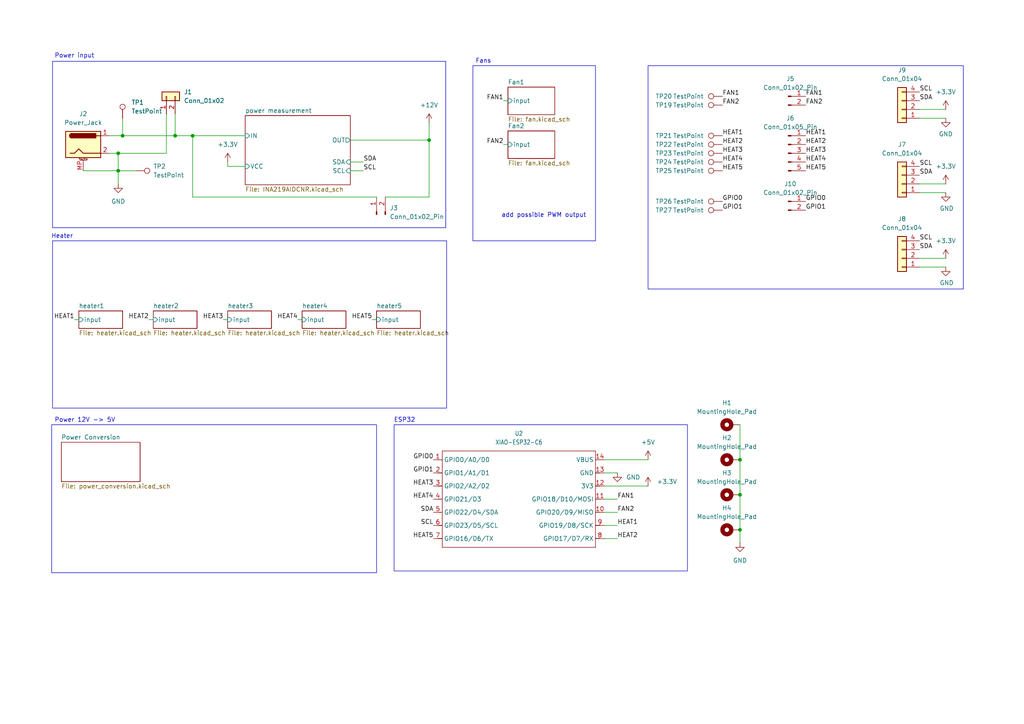
<source format=kicad_sch>
(kicad_sch (version 20250114) (generator "eeschema") (generator_version "9.0")
  (paper "A4")
  (title_block (title "closed-drybox") (date "2025-11-03") (rev "1") (comment 1 "https://github.com/lukstruck/closed-drybox#"))
  (lib_symbols
    (symbol "Connector:Conn_01x02_Pin" (pin_names (offset 1.016) (hide yes))
      (property "Reference" "J" (at 0 2.54 0))
      (property "Value" "Conn_01x02_Pin" (at 0 -5.08 0))
      (symbol "Conn_01x02_Pin_1_1"
        (rectangle (start 0.8636 0.127) (end 0 -0.127) (stroke (width 0.1524)) (fill (type outline)))
        (rectangle (start 0.8636 -2.413) (end 0 -2.667) (stroke (width 0.1524)) (fill (type outline)))
        (polyline (pts (xy 1.27 0) (xy 0.8636 0)) (stroke (width 0.1524)))
        (polyline (pts (xy 1.27 -2.54) (xy 0.8636 -2.54)) (stroke (width 0.1524)))
        (pin passive line (at 5.08 0 180) (length 3.81) (name "Pin_1") (number "1"))
        (pin passive line (at 5.08 -2.54 180) (length 3.81) (name "Pin_2") (number "2"))
      )
    )
    (symbol "Connector:Conn_01x05_Pin" (pin_names (offset 1.016) (hide yes))
      (property "Reference" "J" (at 0 7.62 0))
      (property "Value" "Conn_01x05_Pin" (at 0 -7.62 0))
      (symbol "Conn_01x05_Pin_1_1"
        (rectangle (start 0.8636 5.207) (end 0 4.953) (stroke (width 0.1524)) (fill (type outline)))
        (rectangle (start 0.8636 2.667) (end 0 2.413) (stroke (width 0.1524)) (fill (type outline)))
        (rectangle (start 0.8636 0.127) (end 0 -0.127) (stroke (width 0.1524)) (fill (type outline)))
        (rectangle (start 0.8636 -2.413) (end 0 -2.667) (stroke (width 0.1524)) (fill (type outline)))
        (rectangle (start 0.8636 -4.953) (end 0 -5.207) (stroke (width 0.1524)) (fill (type outline)))
        (polyline (pts (xy 1.27 5.08) (xy 0.8636 5.08)) (stroke (width 0.1524)))
        (polyline (pts (xy 1.27 2.54) (xy 0.8636 2.54)) (stroke (width 0.1524)))
        (polyline (pts (xy 1.27 0) (xy 0.8636 0)) (stroke (width 0.1524)))
        (polyline (pts (xy 1.27 -2.54) (xy 0.8636 -2.54)) (stroke (width 0.1524)))
        (polyline (pts (xy 1.27 -5.08) (xy 0.8636 -5.08)) (stroke (width 0.1524)))
        (pin passive line (at 5.08 5.08 180) (length 3.81) (name "Pin_1") (number "1"))
        (pin passive line (at 5.08 2.54 180) (length 3.81) (name "Pin_2") (number "2"))
        (pin passive line (at 5.08 0 180) (length 3.81) (name "Pin_3") (number "3"))
        (pin passive line (at 5.08 -2.54 180) (length 3.81) (name "Pin_4") (number "4"))
        (pin passive line (at 5.08 -5.08 180) (length 3.81) (name "Pin_5") (number "5"))
      )
    )
    (symbol "Connector:TestPoint" (pin_numbers (hide yes)) (pin_names (offset 0.762) (hide yes))
      (property "Reference" "TP" (at 0 6.858 0))
      (property "Value" "TestPoint" (at 0 5.08 0))
      (symbol "TestPoint_0_1"
        (circle (center 0 3.302) (radius 0.762))
      )
      (symbol "TestPoint_1_1"
        (pin passive line (at 0 0 90) (length 2.54) (name "1") (number "1"))
      )
    )
    (symbol "Connector_Generic:Conn_01x02" (pin_names (offset 1.016) (hide yes))
      (property "Reference" "J" (at 0 2.54 0))
      (property "Value" "Conn_01x02" (at 0 -5.08 0))
      (symbol "Conn_01x02_1_1"
        (rectangle (start -1.27 1.27) (end 1.27 -3.81) (stroke (width 0.254)) (fill (type background)))
        (rectangle (start -1.27 0.127) (end 0 -0.127) (stroke (width 0.1524)))
        (rectangle (start -1.27 -2.413) (end 0 -2.667) (stroke (width 0.1524)))
        (pin passive line (at -5.08 0 0) (length 3.81) (name "Pin_1") (number "1"))
        (pin passive line (at -5.08 -2.54 0) (length 3.81) (name "Pin_2") (number "2"))
      )
    )
    (symbol "Connector_Generic:Conn_01x04" (pin_names (offset 1.016) (hide yes))
      (property "Reference" "J" (at 0 5.08 0))
      (property "Value" "Conn_01x04" (at 0 -7.62 0))
      (symbol "Conn_01x04_1_1"
        (rectangle (start -1.27 3.81) (end 1.27 -6.35) (stroke (width 0.254)) (fill (type background)))
        (rectangle (start -1.27 2.667) (end 0 2.413) (stroke (width 0.1524)))
        (rectangle (start -1.27 0.127) (end 0 -0.127) (stroke (width 0.1524)))
        (rectangle (start -1.27 -2.413) (end 0 -2.667) (stroke (width 0.1524)))
        (rectangle (start -1.27 -4.953) (end 0 -5.207) (stroke (width 0.1524)))
        (pin passive line (at -5.08 2.54 0) (length 3.81) (name "Pin_1") (number "1"))
        (pin passive line (at -5.08 0 0) (length 3.81) (name "Pin_2") (number "2"))
        (pin passive line (at -5.08 -2.54 0) (length 3.81) (name "Pin_3") (number "3"))
        (pin passive line (at -5.08 -5.08 0) (length 3.81) (name "Pin_4") (number "4"))
      )
    )
    (symbol "CustomLibary:Power_Jack" (pin_names (hide yes))
      (property "Reference" "J" (at 0 5.334 0))
      (property "Value" "Power_Jack" (at 1.27 -6.35 0))
      (symbol "Power_Jack_0_1"
        (rectangle (start -5.08 3.81) (end 5.08 -3.81) (stroke (width 0.254)) (fill (type background)))
        (polyline (pts (xy -3.81 -2.54) (xy -2.54 -2.54) (xy -1.27 -1.27) (xy 0 -2.54) (xy 2.54 -2.54) (xy 5.08 -2.54)) (stroke (width 0.254)))
        (arc (start -3.302 1.905) (mid -3.9343 2.54) (end -3.302 3.175) (stroke (width 0.254)))
        (arc (start -3.302 1.905) (mid -3.9343 2.54) (end -3.302 3.175) (stroke (width 0.254)) (fill (type outline)))
        (rectangle (start 3.683 3.175) (end -3.302 1.905) (stroke (width 0.254)) (fill (type outline)))
        (polyline (pts (xy 5.08 2.54) (xy 3.81 2.54)) (stroke (width 0.254)))
      )
      (symbol "Power_Jack_1_1"
        (polyline (pts (xy -1.016 -4.572) (xy 1.016 -4.572)) (stroke (width 0.1524)))
        (text "Mounting" (at 0 -4.191 0) (effects (font (size 0.381 0.381))))
        (pin free line (at 0 -7.62 90) (length 3.048) (name "MountPin") (number "MP"))
        (pin power_out line (at 7.62 2.54 180) (length 2.54) (name "~") (number "1"))
        (pin power_out line (at 7.62 -2.54 180) (length 2.54) (name "~") (number "2"))
      )
    )
    (symbol "CustomLibary:XIAO_ESP32-C6-DIP"
      (property "Reference" "U" (at -20.574 17.018 0))
      (property "Value" "XIAO-ESP32-C6" (at -15.24 14.986 0))
      (symbol "XIAO_ESP32-C6-DIP_1_0"
        (polyline (pts (xy -21.59 13.97) (xy 22.86 13.97)) (stroke (width 0.1524)))
        (polyline (pts (xy -21.59 11.43) (xy -22.86 11.43)) (stroke (width 0.1524)))
        (polyline (pts (xy -21.59 11.43) (xy -21.59 13.97)) (stroke (width 0.1524)))
        (polyline (pts (xy -21.59 7.62) (xy -22.86 7.62)) (stroke (width 0.1524)))
        (polyline (pts (xy -21.59 7.62) (xy -21.59 11.43)) (stroke (width 0.1524)))
        (polyline (pts (xy -21.59 3.81) (xy -22.86 3.81)) (stroke (width 0.1524)))
        (polyline (pts (xy -21.59 3.81) (xy -21.59 7.62)) (stroke (width 0.1524)))
        (polyline (pts (xy -21.59 0) (xy -22.86 0)) (stroke (width 0.1524)))
        (polyline (pts (xy -21.59 0) (xy -21.59 3.81)) (stroke (width 0.1524)))
        (polyline (pts (xy -21.59 -3.81) (xy -22.86 -3.81)) (stroke (width 0.1524)))
        (polyline (pts (xy -21.59 -7.62) (xy -22.86 -7.62)) (stroke (width 0.1524)))
        (polyline (pts (xy -21.59 -11.43) (xy -22.86 -11.43)) (stroke (width 0.1524)))
        (polyline (pts (xy -21.59 -13.97) (xy -21.59 0)) (stroke (width 0.1524)))
        (polyline (pts (xy 22.86 13.97) (xy 22.86 11.43)) (stroke (width 0.1524)))
        (polyline (pts (xy 22.86 11.43) (xy 22.86 7.62)) (stroke (width 0.1524)))
        (polyline (pts (xy 22.86 7.62) (xy 22.86 3.81)) (stroke (width 0.1524)))
        (polyline (pts (xy 22.86 3.81) (xy 22.86 -13.97)) (stroke (width 0.1524)))
        (polyline (pts (xy 22.86 -13.97) (xy -21.59 -13.97)) (stroke (width 0.1524)))
        (polyline (pts (xy 24.13 11.43) (xy 22.86 11.43)) (stroke (width 0.1524)))
        (polyline (pts (xy 24.13 7.62) (xy 22.86 7.62)) (stroke (width 0.1524)))
        (polyline (pts (xy 24.13 3.81) (xy 22.86 3.81)) (stroke (width 0.1524)))
        (polyline (pts (xy 24.13 0) (xy 22.86 0)) (stroke (width 0.1524)))
        (polyline (pts (xy 24.13 -3.81) (xy 22.86 -3.81)) (stroke (width 0.1524)))
        (polyline (pts (xy 24.13 -7.62) (xy 22.86 -7.62)) (stroke (width 0.1524)))
        (polyline (pts (xy 24.13 -11.43) (xy 22.86 -11.43)) (stroke (width 0.1524)))
        (pin passive line (at -24.13 11.43 0) (length 2.54) (name "GPIO0/A0/D0") (number "1"))
        (pin passive line (at -24.13 7.62 0) (length 2.54) (name "GPIO1/A1/D1") (number "2"))
        (pin passive line (at -24.13 3.81 0) (length 2.54) (name "GPIO2/A2/D2") (number "3"))
        (pin passive line (at -24.13 0 0) (length 2.54) (name "GPIO21/D3") (number "4"))
        (pin passive line (at -24.13 -3.81 0) (length 2.54) (name "GPIO22/D4/SDA") (number "5"))
        (pin passive line (at -24.13 -7.62 0) (length 2.54) (name "GPIO23/D5/SCL") (number "6"))
        (pin passive line (at -24.13 -11.43 0) (length 2.54) (name "GPIO16/D6/TX") (number "7"))
        (pin passive line (at 25.4 11.43 180) (length 2.54) (name "VBUS") (number "14"))
        (pin passive line (at 25.4 7.62 180) (length 2.54) (name "GND") (number "13"))
        (pin passive line (at 25.4 3.81 180) (length 2.54) (name "3V3") (number "12"))
        (pin passive line (at 25.4 0 180) (length 2.54) (name "GPIO18/D10/MOSI") (number "11"))
        (pin passive line (at 25.4 -3.81 180) (length 2.54) (name "GPIO20/D9/MISO") (number "10"))
        (pin passive line (at 25.4 -7.62 180) (length 2.54) (name "GPIO19/D8/SCK") (number "9"))
        (pin passive line (at 25.4 -11.43 180) (length 2.54) (name "GPIO17/D7/RX") (number "8"))
      )
    )
    (symbol "Mechanical:MountingHole_Pad" (pin_numbers (hide yes)) (pin_names (offset 1.016) (hide yes)) (in_bom no)
      (property "Reference" "H" (at 0 6.35 0))
      (property "Value" "MountingHole_Pad" (at 0 4.445 0))
      (symbol "MountingHole_Pad_0_1"
        (circle (center 0 1.27) (radius 1.27) (stroke (width 1.27)))
      )
      (symbol "MountingHole_Pad_1_1"
        (pin input line (at 0 -2.54 90) (length 2.54) (name "1") (number "1"))
      )
    )
    (symbol "power:+12V" (power) (pin_numbers (hide yes)) (pin_names (offset 0) (hide yes))
      (property "Value" "+12V" (at 0 3.556 0))
      (symbol "+12V_0_1"
        (polyline (pts (xy -0.762 1.27) (xy 0 2.54)))
        (polyline (pts (xy 0 2.54) (xy 0.762 1.27)))
        (polyline (pts (xy 0 0) (xy 0 2.54)))
      )
      (symbol "+12V_1_1"
        (pin power_in line (at 0 0 90) (length 0) (name "~") (number "1"))
      )
    )
    (symbol "power:+3.3V" (power) (pin_numbers (hide yes)) (pin_names (offset 0) (hide yes))
      (property "Value" "+3.3V" (at 0 3.556 0))
      (symbol "+3.3V_0_1"
        (polyline (pts (xy -0.762 1.27) (xy 0 2.54)))
        (polyline (pts (xy 0 2.54) (xy 0.762 1.27)))
        (polyline (pts (xy 0 0) (xy 0 2.54)))
      )
      (symbol "+3.3V_1_1"
        (pin power_in line (at 0 0 90) (length 0) (name "~") (number "1"))
      )
    )
    (symbol "power:+5V" (power) (pin_numbers (hide yes)) (pin_names (offset 0) (hide yes))
      (property "Value" "+5V" (at 0 3.556 0))
      (symbol "+5V_0_1"
        (polyline (pts (xy -0.762 1.27) (xy 0 2.54)))
        (polyline (pts (xy 0 2.54) (xy 0.762 1.27)))
        (polyline (pts (xy 0 0) (xy 0 2.54)))
      )
      (symbol "+5V_1_1"
        (pin power_in line (at 0 0 90) (length 0) (name "~") (number "1"))
      )
    )
    (symbol "power:GND" (power) (pin_numbers (hide yes)) (pin_names (offset 0) (hide yes))
      (property "Value" "GND" (at 0 -3.81 0))
      (symbol "GND_0_1"
        (polyline (pts (xy 0 0) (xy 0 -1.27) (xy 1.27 -1.27) (xy 0 -2.54) (xy -1.27 -1.27) (xy 0 -1.27)))
      )
      (symbol "GND_1_1"
        (pin power_in line (at 0 0 270) (length 0) (name "~") (number "1"))
      )
    )
  )
  (rectangle (start 137.16 19.05) (end 172.72 69.85))
  (rectangle (start 15.24 69.85) (end 129.54 118.364))
  (rectangle (start 15.24 17.78) (end 129.286 66.04))
  (rectangle (start 14.986 123.19) (end 109.22 166.116))
  (rectangle (start 114.3 123.19) (end 199.39 165.608))
  (rectangle (start 187.96 19.05) (end 279.4 83.82))
  (text "add possible PWM output" (at 157.734 62.484 0) (effects (font (size 1.27 1.27))))
  (text "Heater" (at 18.034 68.58 0) (effects (font (size 1.27 1.27))))
  (text "ESP32" (at 117.348 121.92 0) (effects (font (size 1.27 1.27))))
  (text "Power input" (at 21.59 16.256 0) (effects (font (size 1.27 1.27))))
  (text "Power 12V -> 5V" (at 24.638 121.92 0) (effects (font (size 1.27 1.27))))
  (text "Fans" (at 140.208 17.78 0) (effects (font (size 1.27 1.27))))
  (junction (at 34.29 49.53))
  (junction (at 34.29 44.45))
  (junction (at 214.63 133.35))
  (junction (at 50.8 39.37))
  (junction (at 55.88 39.37))
  (junction (at 214.63 143.51))
  (junction (at 35.56 39.37))
  (junction (at 214.63 153.67))
  (junction (at 124.46 40.64))
  (wire (pts (xy 66.04 48.26) (xy 71.12 48.26)))
  (wire (pts (xy 175.26 137.16) (xy 179.07 137.16)))
  (wire (pts (xy 21.59 92.71) (xy 22.86 92.71)))
  (wire (pts (xy 105.41 46.99) (xy 101.6 46.99)))
  (wire (pts (xy 214.63 153.67) (xy 214.63 157.48)))
  (wire (pts (xy 175.26 144.78) (xy 179.07 144.78)))
  (wire (pts (xy 50.8 33.02) (xy 50.8 39.37)))
  (wire (pts (xy 146.05 29.21) (xy 147.32 29.21)))
  (wire (pts (xy 146.05 41.91) (xy 147.32 41.91)))
  (wire (pts (xy 34.29 49.53) (xy 34.29 53.34)))
  (wire (pts (xy 175.26 148.59) (xy 179.07 148.59)))
  (wire (pts (xy 66.04 46.99) (xy 66.04 48.26)))
  (wire (pts (xy 274.32 55.88) (xy 266.7 55.88)))
  (wire (pts (xy 34.29 44.45) (xy 34.29 49.53)))
  (wire (pts (xy 274.32 53.34) (xy 266.7 53.34)))
  (wire (pts (xy 175.26 152.4) (xy 179.07 152.4)))
  (wire (pts (xy 55.88 57.15) (xy 109.22 57.15)))
  (wire (pts (xy 105.41 49.53) (xy 101.6 49.53)))
  (wire (pts (xy 50.8 39.37) (xy 55.88 39.37)))
  (wire (pts (xy 214.63 133.35) (xy 214.63 143.51)))
  (wire (pts (xy 175.26 140.97) (xy 187.96 140.97)))
  (wire (pts (xy 31.75 39.37) (xy 35.56 39.37)))
  (wire (pts (xy 43.18 92.71) (xy 44.45 92.71)))
  (wire (pts (xy 86.36 92.71) (xy 87.63 92.71)))
  (wire (pts (xy 214.63 143.51) (xy 214.63 153.67)))
  (wire (pts (xy 64.77 92.71) (xy 66.04 92.71)))
  (wire (pts (xy 39.37 49.53) (xy 34.29 49.53)))
  (wire (pts (xy 111.76 57.15) (xy 124.46 57.15)))
  (wire (pts (xy 124.46 40.64) (xy 101.6 40.64)))
  (wire (pts (xy 214.63 123.19) (xy 214.63 133.35)))
  (wire (pts (xy 35.56 34.29) (xy 35.56 39.37)))
  (wire (pts (xy 124.46 35.56) (xy 124.46 40.64)))
  (wire (pts (xy 187.96 133.35) (xy 175.26 133.35)))
  (wire (pts (xy 124.46 57.15) (xy 124.46 40.64)))
  (wire (pts (xy 274.32 31.75) (xy 266.7 31.75)))
  (wire (pts (xy 107.95 92.71) (xy 109.22 92.71)))
  (wire (pts (xy 24.13 49.53) (xy 34.29 49.53)))
  (wire (pts (xy 274.32 77.47) (xy 266.7 77.47)))
  (wire (pts (xy 48.26 33.02) (xy 48.26 44.45)))
  (wire (pts (xy 48.26 44.45) (xy 34.29 44.45)))
  (wire (pts (xy 175.26 156.21) (xy 179.07 156.21)))
  (wire (pts (xy 274.32 34.29) (xy 266.7 34.29)))
  (wire (pts (xy 35.56 39.37) (xy 50.8 39.37)))
  (wire (pts (xy 31.75 44.45) (xy 34.29 44.45)))
  (wire (pts (xy 274.32 74.93) (xy 266.7 74.93)))
  (wire (pts (xy 55.88 39.37) (xy 55.88 57.15)))
  (wire (pts (xy 55.88 39.37) (xy 71.12 39.37)))
  (label "HEAT3" (at 64.77 92.71 180))
  (label "GPIO1" (at 209.55 60.96 0))
  (label "SCL" (at 125.73 152.4 180))
  (label "HEAT4" (at 86.36 92.71 180))
  (label "HEAT4" (at 233.68 46.99 0))
  (label "HEAT3" (at 125.73 140.97 180))
  (label "HEAT1" (at 233.68 39.37 0))
  (label "HEAT4" (at 209.55 46.99 0))
  (label "SCL" (at 105.41 49.53 0))
  (label "FAN1" (at 146.05 29.21 180))
  (label "HEAT5" (at 233.68 49.53 0))
  (label "SDA" (at 266.7 50.8 0))
  (label "FAN1" (at 179.07 144.78 0))
  (label "FAN1" (at 233.68 27.94 0))
  (label "HEAT2" (at 233.68 41.91 0))
  (label "SCL" (at 266.7 26.67 0))
  (label "GPIO0" (at 209.55 58.42 0))
  (label "SCL" (at 266.7 69.85 0))
  (label "GPIO0" (at 233.68 58.42 0))
  (label "GPIO0" (at 125.73 133.35 180))
  (label "HEAT1" (at 209.55 39.37 0))
  (label "HEAT3" (at 233.68 44.45 0))
  (label "FAN2" (at 179.07 148.59 0))
  (label "FAN2" (at 146.05 41.91 180))
  (label "GPIO1" (at 233.68 60.96 0))
  (label "SCL" (at 266.7 48.26 0))
  (label "HEAT5" (at 209.55 49.53 0))
  (label "GPIO1" (at 125.73 137.16 180))
  (label "FAN2" (at 233.68 30.48 0))
  (label "SDA" (at 105.41 46.99 0))
  (label "HEAT5" (at 125.73 156.21 180))
  (label "HEAT1" (at 179.07 152.4 0))
  (label "FAN1" (at 209.55 27.94 0))
  (label "HEAT3" (at 209.55 44.45 0))
  (label "HEAT2" (at 179.07 156.21 0))
  (label "HEAT2" (at 43.18 92.71 180))
  (label "SDA" (at 266.7 29.21 0))
  (label "FAN2" (at 209.55 30.48 0))
  (label "HEAT5" (at 107.95 92.71 180))
  (label "HEAT2" (at 209.55 41.91 0))
  (label "SDA" (at 125.73 148.59 180))
  (label "HEAT4" (at 125.73 144.78 180))
  (label "HEAT1" (at 21.59 92.71 180))
  (label "SDA" (at 266.7 72.39 0))
  (symbol (lib_id "power:GND") (at 274.32 55.88 0) (unit 1)
    (property "Reference" "#PWR030" (effects (hide yes)))
    (property "Value" "GND" (at 274.574 60.452 0))
    (property "Description" "Power symbol creates a global label with name \"GND\" , ground" (effects (hide yes)))
  )
  (symbol (lib_id "Connector:TestPoint") (at 35.56 34.29 0) (unit 1)
    (property "Reference" "TP1" (at 38.1 29.7179 0) (effects (justify left)))
    (property "Value" "TestPoint" (at 38.1 32.2579 0) (effects (justify left)))
    (property "Footprint" "TestPoint:TestPoint_Pad_D2.5mm" (effects (hide yes)))
    (property "Description" "test point" (effects (hide yes)))
  )
  (symbol (lib_id "power:GND") (at 214.63 157.48 0) (unit 1)
    (property "Reference" "#PWR033" (effects (hide yes)))
    (property "Value" "GND" (at 214.63 162.56 0))
    (property "Description" "Power symbol creates a global label with name \"GND\" , ground" (effects (hide yes)))
  )
  (symbol (lib_id "Connector:Conn_01x02_Pin") (at 228.6 58.42 0) (unit 1)
    (property "Reference" "J10" (at 229.235 53.34 0))
    (property "Value" "Conn_01x02_Pin" (at 229.235 55.88 0))
    (property "Footprint" "Connector_PinHeader_2.54mm:PinHeader_1x02_P2.54mm_Vertical" (effects (hide yes)))
    (property "Description" "Generic connector, single row, 01x02, script generated" (effects (hide yes)))
  )
  (symbol (lib_id "CustomLibary:Power_Jack") (at 24.13 41.91 0) (unit 1)
    (property "Reference" "J2" (at 24.13 33.02 0))
    (property "Value" "Power_Jack" (at 24.13 35.56 0))
    (property "Footprint" "Connector_BarrelJack:BarrelJack_Horizontal" (effects (hide yes)))
    (property "Description" "DC Barrel Jack with a mounting pin" (effects (hide yes)))
    (property "LCSC" "C720558" (effects (hide yes)))
  )
  (symbol (lib_id "Connector:TestPoint") (at 209.55 27.94 90) (unit 1)
    (property "Reference" "TP20" (at 192.532 27.94 90))
    (property "Value" "TestPoint" (at 199.644 27.94 90))
    (property "Description" "test point" (effects (hide yes)))
  )
  (symbol (lib_id "Connector_Generic:Conn_01x04") (at 261.62 31.75 180) (unit 1)
    (property "Reference" "J9" (at 261.62 20.32 0))
    (property "Value" "Conn_01x04" (at 261.62 22.86 0))
    (property "Footprint" "Connector_JST:JST_XH_B4B-XH-AM_1x04_P2.50mm_Vertical" (effects (hide yes)))
    (property "Description" "Generic connector, single row, 01x04, script generated (kicad-library-utils/schlib/autogen/connector/)" (effects (hide yes)))
  )
  (symbol (lib_id "Connector:TestPoint") (at 209.55 39.37 90) (unit 1)
    (property "Reference" "TP21" (at 192.532 39.37 90))
    (property "Value" "TestPoint" (at 199.644 39.37 90))
    (property "Description" "test point" (effects (hide yes)))
  )
  (symbol (lib_id "power:+3.3V") (at 274.32 31.75 0) (unit 1)
    (property "Reference" "#PWR027" (effects (hide yes)))
    (property "Value" "+3.3V" (at 274.32 26.67 0))
    (property "Description" "Power symbol creates a global label with name \"+3.3V\"" (effects (hide yes)))
  )
  (symbol (lib_id "CustomLibary:XIAO_ESP32-C6-DIP") (at 149.86 144.78 0) (unit 1)
    (property "Reference" "U2" (at 150.495 125.73 0) (effects (font (size 1.27 1.0795))))
    (property "Value" "XIAO-ESP32-C6" (at 150.495 128.27 0) (effects (font (size 1.27 1.0795))))
    (property "Footprint" "CustomLibrary:XIAO-ESP32C6-DIP" (effects (hide yes)))
    (property "SKU" "XIAO-DIP" (effects (hide yes)))
  )
  (symbol (lib_id "power:+12V") (at 124.46 35.56 0) (unit 1)
    (property "Reference" "#PWR01" (effects (hide yes)))
    (property "Value" "+12V" (at 124.46 30.48 0))
    (property "Description" "Power symbol creates a global label with name \"+12V\"" (effects (hide yes)))
  )
  (symbol (lib_id "Connector:TestPoint") (at 209.55 58.42 90) (unit 1)
    (property "Reference" "TP26" (at 192.532 58.42 90))
    (property "Value" "TestPoint" (at 199.644 58.42 90))
    (property "Description" "test point" (effects (hide yes)))
  )
  (symbol (lib_id "power:+3.3V") (at 274.32 53.34 0) (unit 1)
    (property "Reference" "#PWR029" (effects (hide yes)))
    (property "Value" "+3.3V" (at 274.32 48.26 0))
    (property "Description" "Power symbol creates a global label with name \"+3.3V\"" (effects (hide yes)))
  )
  (symbol (lib_id "power:GND") (at 34.29 53.34 0) (unit 1)
    (property "Reference" "#PWR03" (effects (hide yes)))
    (property "Value" "GND" (at 34.29 58.42 0))
    (property "Description" "Power symbol creates a global label with name \"GND\" , ground" (effects (hide yes)))
  )
  (symbol (lib_id "Connector_Generic:Conn_01x04") (at 261.62 53.34 180) (unit 1)
    (property "Reference" "J7" (at 261.62 41.91 0))
    (property "Value" "Conn_01x04" (at 261.62 44.45 0))
    (property "Footprint" "Connector_JST:JST_XH_B4B-XH-AM_1x04_P2.50mm_Vertical" (effects (hide yes)))
    (property "Description" "Generic connector, single row, 01x04, script generated (kicad-library-utils/schlib/autogen/connector/)" (effects (hide yes)))
  )
  (symbol (lib_id "Mechanical:MountingHole_Pad") (at 212.09 133.35 90) (unit 1) (in_bom no)
    (property "Reference" "H2" (at 210.82 127 90))
    (property "Value" "MountingHole_Pad" (at 210.82 129.54 90))
    (property "Footprint" "MountingHole:MountingHole_3.2mm_M3_DIN965_Pad" (effects (hide yes)))
    (property "Description" "Mounting Hole with connection" (effects (hide yes)))
  )
  (symbol (lib_id "power:+5V") (at 187.96 133.35 0) (unit 1)
    (property "Reference" "#PWR06" (effects (hide yes)))
    (property "Value" "+5V" (at 187.96 128.27 0))
    (property "Description" "Power symbol creates a global label with name \"+5V\"" (effects (hide yes)))
  )
  (symbol (lib_id "Mechanical:MountingHole_Pad") (at 212.09 123.19 90) (unit 1) (in_bom no)
    (property "Reference" "H1" (at 210.82 116.84 90))
    (property "Value" "MountingHole_Pad" (at 210.82 119.38 90))
    (property "Footprint" "MountingHole:MountingHole_3.2mm_M3_DIN965_Pad" (effects (hide yes)))
    (property "Description" "Mounting Hole with connection" (effects (hide yes)))
  )
  (symbol (lib_id "Connector:TestPoint") (at 209.55 49.53 90) (unit 1)
    (property "Reference" "TP25" (at 192.532 49.53 90))
    (property "Value" "TestPoint" (at 199.644 49.53 90))
    (property "Description" "test point" (effects (hide yes)))
  )
  (symbol (lib_id "power:+3.3V") (at 187.96 140.97 0) (unit 1)
    (property "Reference" "#PWR08" (effects (hide yes)))
    (property "Value" "+3.3V" (at 190.5 139.6999 0) (effects (justify left)))
    (property "Description" "Power symbol creates a global label with name \"+3.3V\"" (effects (hide yes)))
  )
  (symbol (lib_id "Connector:TestPoint") (at 209.55 41.91 90) (unit 1)
    (property "Reference" "TP22" (at 192.532 41.91 90))
    (property "Value" "TestPoint" (at 199.644 41.91 90))
    (property "Description" "test point" (effects (hide yes)))
  )
  (symbol (lib_id "Mechanical:MountingHole_Pad") (at 212.09 143.51 90) (unit 1) (in_bom no)
    (property "Reference" "H3" (at 210.82 137.16 90))
    (property "Value" "MountingHole_Pad" (at 210.82 139.7 90))
    (property "Footprint" "MountingHole:MountingHole_3.2mm_M3_DIN965_Pad" (effects (hide yes)))
    (property "Description" "Mounting Hole with connection" (effects (hide yes)))
  )
  (symbol (lib_id "Connector:Conn_01x05_Pin") (at 228.6 44.45 0) (unit 1)
    (property "Reference" "J6" (at 229.235 34.29 0))
    (property "Value" "Conn_01x05_Pin" (at 229.235 36.83 0))
    (property "Footprint" "Connector_PinHeader_2.54mm:PinHeader_1x05_P2.54mm_Vertical" (effects (hide yes)))
    (property "Description" "Generic connector, single row, 01x05, script generated" (effects (hide yes)))
  )
  (symbol (lib_id "power:GND") (at 274.32 77.47 0) (unit 1)
    (property "Reference" "#PWR032" (effects (hide yes)))
    (property "Value" "GND" (at 274.574 82.042 0))
    (property "Description" "Power symbol creates a global label with name \"GND\" , ground" (effects (hide yes)))
  )
  (symbol (lib_id "Mechanical:MountingHole_Pad") (at 212.09 153.67 90) (unit 1) (in_bom no)
    (property "Reference" "H4" (at 210.82 147.32 90))
    (property "Value" "MountingHole_Pad" (at 210.82 149.86 90))
    (property "Footprint" "MountingHole:MountingHole_3.2mm_M3_DIN965_Pad" (effects (hide yes)))
    (property "Description" "Mounting Hole with connection" (effects (hide yes)))
  )
  (symbol (lib_id "power:GND") (at 179.07 137.16 0) (unit 1)
    (property "Reference" "#PWR07" (effects (hide yes)))
    (property "Value" "GND" (at 181.61 138.4299 0) (effects (justify left)))
    (property "Description" "Power symbol creates a global label with name \"GND\" , ground" (effects (hide yes)))
  )
  (symbol (lib_id "Connector:TestPoint") (at 209.55 44.45 90) (unit 1)
    (property "Reference" "TP23" (at 192.532 44.45 90))
    (property "Value" "TestPoint" (at 199.644 44.45 90))
    (property "Description" "test point" (effects (hide yes)))
  )
  (symbol (lib_id "Connector:Conn_01x02_Pin") (at 109.22 62.23 90) (unit 1)
    (property "Reference" "J3" (at 113.03 60.3249 90) (effects (justify right)))
    (property "Value" "Conn_01x02_Pin" (at 113.03 62.8649 90) (effects (justify right)))
    (property "Footprint" "Connector_PinHeader_2.54mm:PinHeader_1x02_P2.54mm_Vertical" (effects (hide yes)))
    (property "Description" "Generic connector, single row, 01x02, script generated" (effects (hide yes)))
  )
  (symbol (lib_id "Connector:TestPoint") (at 209.55 60.96 90) (unit 1)
    (property "Reference" "TP27" (at 192.532 60.96 90))
    (property "Value" "TestPoint" (at 199.644 60.96 90))
    (property "Description" "test point" (effects (hide yes)))
  )
  (symbol (lib_id "Connector:TestPoint") (at 209.55 30.48 90) (unit 1)
    (property "Reference" "TP19" (at 192.532 30.48 90))
    (property "Value" "TestPoint" (at 199.644 30.48 90))
    (property "Description" "test point" (effects (hide yes)))
  )
  (symbol (lib_id "Connector:TestPoint") (at 39.37 49.53 270) (unit 1)
    (property "Reference" "TP2" (at 44.45 48.2599 90) (effects (justify left)))
    (property "Value" "TestPoint" (at 44.45 50.7999 90) (effects (justify left)))
    (property "Footprint" "TestPoint:TestPoint_Pad_D2.5mm" (effects (hide yes)))
    (property "Description" "test point" (effects (hide yes)))
  )
  (symbol (lib_id "Connector:TestPoint") (at 209.55 46.99 90) (unit 1)
    (property "Reference" "TP24" (at 192.532 46.99 90))
    (property "Value" "TestPoint" (at 199.644 46.99 90))
    (property "Description" "test point" (effects (hide yes)))
  )
  (symbol (lib_id "Connector:Conn_01x02_Pin") (at 228.6 27.94 0) (unit 1)
    (property "Reference" "J5" (at 229.235 22.86 0))
    (property "Value" "Conn_01x02_Pin" (at 229.235 25.4 0))
    (property "Footprint" "Connector_PinHeader_2.54mm:PinHeader_1x02_P2.54mm_Vertical" (effects (hide yes)))
    (property "Description" "Generic connector, single row, 01x02, script generated" (effects (hide yes)))
  )
  (symbol (lib_id "Connector_Generic:Conn_01x02") (at 48.26 27.94 90) (unit 1)
    (property "Reference" "J1" (at 53.34 26.6699 90) (effects (justify right)))
    (property "Value" "Conn_01x02" (at 53.34 29.2099 90) (effects (justify right)))
    (property "Footprint" "Connector_JST:JST_XH_S2B-XH-A-1_1x02_P2.50mm_Horizontal" (effects (hide yes)))
    (property "Description" "Generic connector, single row, 01x02, script generated (kicad-library-utils/schlib/autogen/connector/)" (effects (hide yes)))
  )
  (symbol (lib_id "power:+3.3V") (at 66.04 46.99 0) (unit 1)
    (property "Reference" "#PWR02" (effects (hide yes)))
    (property "Value" "+3.3V" (at 66.04 41.91 0))
    (property "Description" "Power symbol creates a global label with name \"+3.3V\"" (effects (hide yes)))
  )
  (symbol (lib_id "power:+3.3V") (at 274.32 74.93 0) (unit 1)
    (property "Reference" "#PWR031" (effects (hide yes)))
    (property "Value" "+3.3V" (at 274.32 69.85 0))
    (property "Description" "Power symbol creates a global label with name \"+3.3V\"" (effects (hide yes)))
  )
  (symbol (lib_id "Connector_Generic:Conn_01x04") (at 261.62 74.93 180) (unit 1)
    (property "Reference" "J8" (at 261.62 63.5 0))
    (property "Value" "Conn_01x04" (at 261.62 66.04 0))
    (property "Footprint" "Connector_JST:JST_XH_B4B-XH-AM_1x04_P2.50mm_Vertical" (effects (hide yes)))
    (property "Description" "Generic connector, single row, 01x04, script generated (kicad-library-utils/schlib/autogen/connector/)" (effects (hide yes)))
  )
  (symbol (lib_id "power:GND") (at 274.32 34.29 0) (unit 1)
    (property "Reference" "#PWR028" (effects (hide yes)))
    (property "Value" "GND" (at 274.32 38.862 0))
    (property "Description" "Power symbol creates a global label with name \"GND\" , ground" (effects (hide yes)))
  )
  (sheet (at 22.86 90.17) (size 12.7 5.08) (stroke (width 0.1524))
    (property "Sheetname" "heater1" (at 22.86 89.4584 0) (effects (justify left bottom)))
    (property "Sheetfile" "heater.kicad_sch" (at 22.86 95.8346 0) (effects (justify left top)))
    (pin "input" input (at 22.86 92.71 180))
  )
  (sheet (at 147.32 37.973) (size 13.589 8.001) (stroke (width 0.1524))
    (property "Sheetname" "Fan2" (at 147.32 37.2614 0) (effects (justify left bottom)))
    (property "Sheetfile" "fan.kicad_sch" (at 147.32 46.5586 0) (effects (justify left top)))
    (pin "input" input (at 147.32 41.91 180))
  )
  (sheet (at 147.32 25.273) (size 13.589 8.001) (stroke (width 0.1524))
    (property "Sheetname" "Fan1" (at 147.32 24.5614 0) (effects (justify left bottom)))
    (property "Sheetfile" "fan.kicad_sch" (at 147.32 33.8586 0) (effects (justify left top)))
    (pin "input" input (at 147.32 29.21 180))
  )
  (sheet (at 66.04 90.17) (size 12.7 5.08) (stroke (width 0.1524))
    (property "Sheetname" "heater3" (at 66.04 89.4584 0) (effects (justify left bottom)))
    (property "Sheetfile" "heater.kicad_sch" (at 66.04 95.8346 0) (effects (justify left top)))
    (pin "input" input (at 66.04 92.71 180))
  )
  (sheet (at 17.78 128.27) (size 22.86 11.43) (stroke (width 0.1524))
    (property "Sheetname" "Power Conversion" (at 17.78 127.5584 0) (effects (justify left bottom)))
    (property "Sheetfile" "power_conversion.kicad_sch" (at 17.78 140.2846 0) (effects (justify left top)))
  )
  (sheet (at 71.12 33.528) (size 30.48 20.066) (stroke (width 0.1524))
    (property "Sheetname" "power measurement" (at 71.12 32.8164 0) (effects (justify left bottom)))
    (property "Sheetfile" "INA219AIDCNR.kicad_sch" (at 71.12 54.1786 0) (effects (justify left top)))
    (pin "IN" input (at 71.12 39.37 180))
    (pin "OUT" output (at 101.6 40.64 0))
    (pin "SCL" input (at 101.6 49.53 0))
    (pin "SDA" input (at 101.6 46.99 0))
    (pin "VCC" input (at 71.12 48.26 180))
  )
  (sheet (at 44.45 90.17) (size 12.7 5.08) (stroke (width 0.1524))
    (property "Sheetname" "heater2" (at 44.45 89.4584 0) (effects (justify left bottom)))
    (property "Sheetfile" "heater.kicad_sch" (at 44.45 95.8346 0) (effects (justify left top)))
    (pin "input" input (at 44.45 92.71 180))
  )
  (sheet (at 87.63 90.17) (size 12.7 5.08) (stroke (width 0.1524))
    (property "Sheetname" "heater4" (at 87.63 89.4584 0) (effects (justify left bottom)))
    (property "Sheetfile" "heater.kicad_sch" (at 87.63 95.8346 0) (effects (justify left top)))
    (pin "input" input (at 87.63 92.71 180))
  )
  (sheet (at 109.22 90.17) (size 12.7 5.08) (stroke (width 0.1524))
    (property "Sheetname" "heater5" (at 109.22 89.4584 0) (effects (justify left bottom)))
    (property "Sheetfile" "heater.kicad_sch" (at 109.22 95.8346 0) (effects (justify left top)))
    (pin "input" input (at 109.22 92.71 180))
  )
)
</source>
